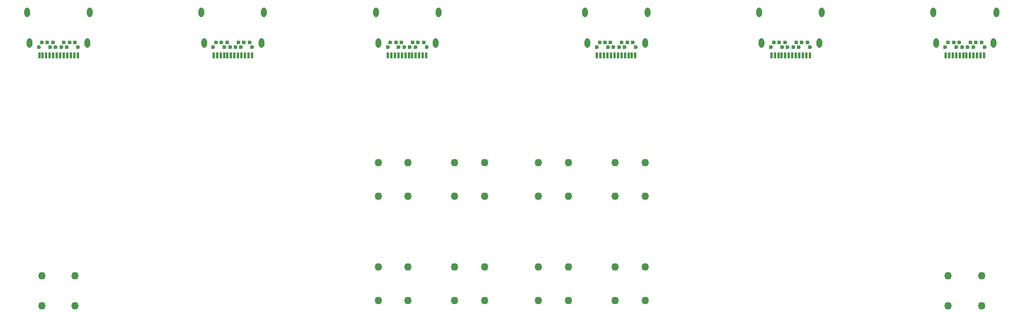
<source format=gbr>
%TF.GenerationSoftware,Altium Limited,Altium Designer,22.5.1 (42)*%
G04 Layer_Color=255*
%FSLAX26Y26*%
%MOIN*%
%TF.SameCoordinates,16E36816-DCA1-4F18-AD40-64303467345E*%
%TF.FilePolarity,Positive*%
%TF.FileFunction,Pads,Bot*%
%TF.Part,Single*%
G01*
G75*
%TA.AperFunction,ComponentPad*%
%ADD20C,0.043307*%
%ADD21C,0.023622*%
%ADD22O,0.031496X0.055118*%
%TA.AperFunction,ConnectorPad*%
%ADD25R,0.011811X0.035433*%
D20*
X3812992Y1708661D02*
D03*
Y1519685D02*
D03*
X3982284D02*
D03*
Y1708661D02*
D03*
X6598425Y1659449D02*
D03*
X6787402D02*
D03*
Y1490157D02*
D03*
X6598425D02*
D03*
X4718504Y1519685D02*
D03*
Y1708661D02*
D03*
X4887795D02*
D03*
Y1519685D02*
D03*
X4285433D02*
D03*
Y1708661D02*
D03*
X4454724D02*
D03*
Y1519685D02*
D03*
X4887795Y2299213D02*
D03*
Y2110236D02*
D03*
X4718504D02*
D03*
Y2299213D02*
D03*
X4285433Y2110236D02*
D03*
Y2299213D02*
D03*
X4454724D02*
D03*
Y2110236D02*
D03*
X3982284Y2299213D02*
D03*
Y2110236D02*
D03*
X3812992D02*
D03*
Y2299213D02*
D03*
X3379921Y2110236D02*
D03*
Y2299213D02*
D03*
X3549213D02*
D03*
Y2110236D02*
D03*
X1480315Y1659449D02*
D03*
X1669291D02*
D03*
Y1490157D02*
D03*
X1480315D02*
D03*
X3549213Y1708661D02*
D03*
Y1519685D02*
D03*
X3379921D02*
D03*
Y1708661D02*
D03*
D21*
X4834645Y2953150D02*
D03*
X4818897Y2980709D02*
D03*
X4787401D02*
D03*
X4771653Y2953150D02*
D03*
X4755905Y2980709D02*
D03*
X4740157Y2953150D02*
D03*
X4708661D02*
D03*
X4692913Y2980709D02*
D03*
X4677165Y2953150D02*
D03*
X4661417Y2980709D02*
D03*
X4629921D02*
D03*
X4614173Y2953150D02*
D03*
X6803149D02*
D03*
X6787401Y2980709D02*
D03*
X6755905D02*
D03*
X6740157Y2953150D02*
D03*
X6724409Y2980709D02*
D03*
X6708661Y2953150D02*
D03*
X6677165D02*
D03*
X6661417Y2980709D02*
D03*
X6645669Y2953150D02*
D03*
X6629921Y2980709D02*
D03*
X6598425D02*
D03*
X6582677Y2953150D02*
D03*
X5818897D02*
D03*
X5803149Y2980709D02*
D03*
X5771653D02*
D03*
X5755905Y2953150D02*
D03*
X5740157Y2980709D02*
D03*
X5724409Y2953150D02*
D03*
X5692913D02*
D03*
X5677165Y2980709D02*
D03*
X5661417Y2953150D02*
D03*
X5645669Y2980709D02*
D03*
X5614173D02*
D03*
X5598425Y2953150D02*
D03*
X3653543D02*
D03*
X3637795Y2980709D02*
D03*
X3606299D02*
D03*
X3590551Y2953150D02*
D03*
X3574803Y2980709D02*
D03*
X3559055Y2953150D02*
D03*
X3527559D02*
D03*
X3511810Y2980709D02*
D03*
X3496062Y2953150D02*
D03*
X3480314Y2980709D02*
D03*
X3448818D02*
D03*
X3433070Y2953150D02*
D03*
X2669291D02*
D03*
X2653543Y2980709D02*
D03*
X2622047D02*
D03*
X2606299Y2953150D02*
D03*
X2590551Y2980709D02*
D03*
X2574802Y2953150D02*
D03*
X2543307D02*
D03*
X2527558Y2980709D02*
D03*
X2511810Y2953150D02*
D03*
X2496062Y2980709D02*
D03*
X2464566D02*
D03*
X2448818Y2953150D02*
D03*
X1685039D02*
D03*
X1669291Y2980709D02*
D03*
X1637795D02*
D03*
X1622047Y2953150D02*
D03*
X1606299Y2980709D02*
D03*
X1590551Y2953150D02*
D03*
X1559054D02*
D03*
X1543306Y2980709D02*
D03*
X1527558Y2953150D02*
D03*
X1511810Y2980709D02*
D03*
X1480314D02*
D03*
X1464566Y2953150D02*
D03*
D22*
X4901181Y3149606D02*
D03*
X4547637D02*
D03*
X4561810Y2976378D02*
D03*
X4887007D02*
D03*
X6869685Y3149606D02*
D03*
X6516141D02*
D03*
X6530314Y2976378D02*
D03*
X6855511D02*
D03*
X5885432Y3149606D02*
D03*
X5531889D02*
D03*
X5546062Y2976378D02*
D03*
X5871259D02*
D03*
X3720078Y3149606D02*
D03*
X3366535D02*
D03*
X3380708Y2976378D02*
D03*
X3705905D02*
D03*
X2735826Y3149606D02*
D03*
X2382283D02*
D03*
X2396456Y2976378D02*
D03*
X2721653D02*
D03*
X1751574Y3149606D02*
D03*
X1398031D02*
D03*
X1412204Y2976378D02*
D03*
X1737401D02*
D03*
D25*
X4832676Y2905512D02*
D03*
X4812992D02*
D03*
X4793306D02*
D03*
X4773621D02*
D03*
X4753936D02*
D03*
X4734251D02*
D03*
X4714566D02*
D03*
X4694881D02*
D03*
X4675196D02*
D03*
X4655511D02*
D03*
X4635826D02*
D03*
X4616141D02*
D03*
X6801181D02*
D03*
X6781495D02*
D03*
X6761810D02*
D03*
X6742125D02*
D03*
X6722440D02*
D03*
X6702755D02*
D03*
X6683070D02*
D03*
X6663385D02*
D03*
X6643700D02*
D03*
X6624015D02*
D03*
X6604330D02*
D03*
X6584645D02*
D03*
X5816928D02*
D03*
X5797243D02*
D03*
X5777558D02*
D03*
X5757873D02*
D03*
X5738188D02*
D03*
X5718503D02*
D03*
X5698818D02*
D03*
X5679133D02*
D03*
X5659448D02*
D03*
X5639763D02*
D03*
X5620078D02*
D03*
X5600393D02*
D03*
X3651574D02*
D03*
X3631889D02*
D03*
X3612204D02*
D03*
X3592519D02*
D03*
X3572834D02*
D03*
X3553149D02*
D03*
X3533464D02*
D03*
X3513779D02*
D03*
X3494094D02*
D03*
X3474409D02*
D03*
X3454724D02*
D03*
X3435039D02*
D03*
X2667322D02*
D03*
X2647637D02*
D03*
X2627952D02*
D03*
X2608267D02*
D03*
X2588582D02*
D03*
X2568897D02*
D03*
X2549212D02*
D03*
X2529527D02*
D03*
X2509842D02*
D03*
X2490157D02*
D03*
X2470472D02*
D03*
X2450787D02*
D03*
X1683070D02*
D03*
X1663385D02*
D03*
X1643700D02*
D03*
X1624015D02*
D03*
X1604330D02*
D03*
X1584645D02*
D03*
X1564960D02*
D03*
X1545275D02*
D03*
X1525590D02*
D03*
X1505905D02*
D03*
X1486220D02*
D03*
X1466535D02*
D03*
%TF.MD5,696c599aee6f44c92c922b5a6bc7a9fd*%
M02*

</source>
